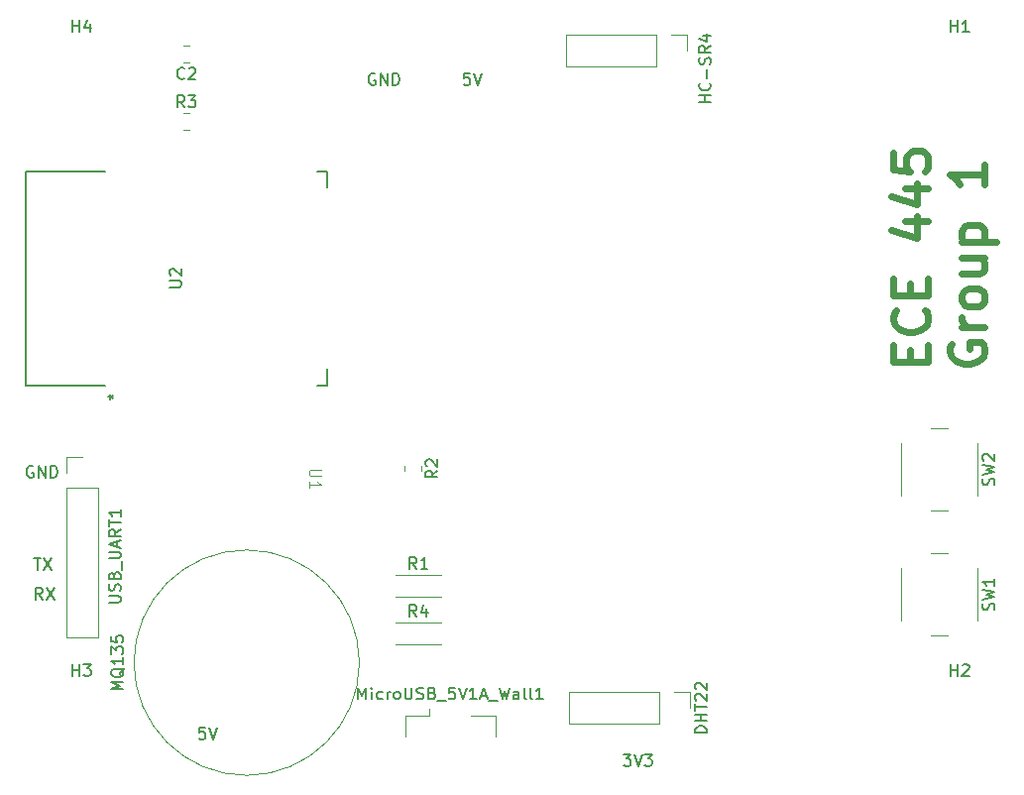
<source format=gbr>
%TF.GenerationSoftware,KiCad,Pcbnew,7.0.10*%
%TF.CreationDate,2024-03-26T13:41:38-05:00*%
%TF.ProjectId,ESP32,45535033-322e-46b6-9963-61645f706362,rev?*%
%TF.SameCoordinates,Original*%
%TF.FileFunction,Legend,Top*%
%TF.FilePolarity,Positive*%
%FSLAX46Y46*%
G04 Gerber Fmt 4.6, Leading zero omitted, Abs format (unit mm)*
G04 Created by KiCad (PCBNEW 7.0.10) date 2024-03-26 13:41:38*
%MOMM*%
%LPD*%
G01*
G04 APERTURE LIST*
%ADD10C,0.150000*%
%ADD11C,0.600000*%
%ADD12C,0.100000*%
%ADD13C,0.120000*%
%ADD14C,0.152400*%
G04 APERTURE END LIST*
D10*
X80457922Y-114185819D02*
X81029350Y-114185819D01*
X80743636Y-115185819D02*
X80743636Y-114185819D01*
X81267446Y-114185819D02*
X81934112Y-115185819D01*
X81934112Y-114185819D02*
X81267446Y-115185819D01*
X81172207Y-117725819D02*
X80838874Y-117249628D01*
X80600779Y-117725819D02*
X80600779Y-116725819D01*
X80600779Y-116725819D02*
X80981731Y-116725819D01*
X80981731Y-116725819D02*
X81076969Y-116773438D01*
X81076969Y-116773438D02*
X81124588Y-116821057D01*
X81124588Y-116821057D02*
X81172207Y-116916295D01*
X81172207Y-116916295D02*
X81172207Y-117059152D01*
X81172207Y-117059152D02*
X81124588Y-117154390D01*
X81124588Y-117154390D02*
X81076969Y-117202009D01*
X81076969Y-117202009D02*
X80981731Y-117249628D01*
X80981731Y-117249628D02*
X80600779Y-117249628D01*
X81505541Y-116725819D02*
X82172207Y-117725819D01*
X82172207Y-116725819D02*
X81505541Y-117725819D01*
X80362588Y-106359438D02*
X80267350Y-106311819D01*
X80267350Y-106311819D02*
X80124493Y-106311819D01*
X80124493Y-106311819D02*
X79981636Y-106359438D01*
X79981636Y-106359438D02*
X79886398Y-106454676D01*
X79886398Y-106454676D02*
X79838779Y-106549914D01*
X79838779Y-106549914D02*
X79791160Y-106740390D01*
X79791160Y-106740390D02*
X79791160Y-106883247D01*
X79791160Y-106883247D02*
X79838779Y-107073723D01*
X79838779Y-107073723D02*
X79886398Y-107168961D01*
X79886398Y-107168961D02*
X79981636Y-107264200D01*
X79981636Y-107264200D02*
X80124493Y-107311819D01*
X80124493Y-107311819D02*
X80219731Y-107311819D01*
X80219731Y-107311819D02*
X80362588Y-107264200D01*
X80362588Y-107264200D02*
X80410207Y-107216580D01*
X80410207Y-107216580D02*
X80410207Y-106883247D01*
X80410207Y-106883247D02*
X80219731Y-106883247D01*
X80838779Y-107311819D02*
X80838779Y-106311819D01*
X80838779Y-106311819D02*
X81410207Y-107311819D01*
X81410207Y-107311819D02*
X81410207Y-106311819D01*
X81886398Y-107311819D02*
X81886398Y-106311819D01*
X81886398Y-106311819D02*
X82124493Y-106311819D01*
X82124493Y-106311819D02*
X82267350Y-106359438D01*
X82267350Y-106359438D02*
X82362588Y-106454676D01*
X82362588Y-106454676D02*
X82410207Y-106549914D01*
X82410207Y-106549914D02*
X82457826Y-106740390D01*
X82457826Y-106740390D02*
X82457826Y-106883247D01*
X82457826Y-106883247D02*
X82410207Y-107073723D01*
X82410207Y-107073723D02*
X82362588Y-107168961D01*
X82362588Y-107168961D02*
X82267350Y-107264200D01*
X82267350Y-107264200D02*
X82124493Y-107311819D01*
X82124493Y-107311819D02*
X81886398Y-107311819D01*
X95046969Y-128663819D02*
X94570779Y-128663819D01*
X94570779Y-128663819D02*
X94523160Y-129140009D01*
X94523160Y-129140009D02*
X94570779Y-129092390D01*
X94570779Y-129092390D02*
X94666017Y-129044771D01*
X94666017Y-129044771D02*
X94904112Y-129044771D01*
X94904112Y-129044771D02*
X94999350Y-129092390D01*
X94999350Y-129092390D02*
X95046969Y-129140009D01*
X95046969Y-129140009D02*
X95094588Y-129235247D01*
X95094588Y-129235247D02*
X95094588Y-129473342D01*
X95094588Y-129473342D02*
X95046969Y-129568580D01*
X95046969Y-129568580D02*
X94999350Y-129616200D01*
X94999350Y-129616200D02*
X94904112Y-129663819D01*
X94904112Y-129663819D02*
X94666017Y-129663819D01*
X94666017Y-129663819D02*
X94570779Y-129616200D01*
X94570779Y-129616200D02*
X94523160Y-129568580D01*
X95380303Y-128663819D02*
X95713636Y-129663819D01*
X95713636Y-129663819D02*
X96046969Y-128663819D01*
D11*
X155252228Y-97442978D02*
X155252228Y-96442978D01*
X156823657Y-96014406D02*
X156823657Y-97442978D01*
X156823657Y-97442978D02*
X153823657Y-97442978D01*
X153823657Y-97442978D02*
X153823657Y-96014406D01*
X156537942Y-93014406D02*
X156680800Y-93157263D01*
X156680800Y-93157263D02*
X156823657Y-93585835D01*
X156823657Y-93585835D02*
X156823657Y-93871549D01*
X156823657Y-93871549D02*
X156680800Y-94300120D01*
X156680800Y-94300120D02*
X156395085Y-94585835D01*
X156395085Y-94585835D02*
X156109371Y-94728692D01*
X156109371Y-94728692D02*
X155537942Y-94871549D01*
X155537942Y-94871549D02*
X155109371Y-94871549D01*
X155109371Y-94871549D02*
X154537942Y-94728692D01*
X154537942Y-94728692D02*
X154252228Y-94585835D01*
X154252228Y-94585835D02*
X153966514Y-94300120D01*
X153966514Y-94300120D02*
X153823657Y-93871549D01*
X153823657Y-93871549D02*
X153823657Y-93585835D01*
X153823657Y-93585835D02*
X153966514Y-93157263D01*
X153966514Y-93157263D02*
X154109371Y-93014406D01*
X155252228Y-91728692D02*
X155252228Y-90728692D01*
X156823657Y-90300120D02*
X156823657Y-91728692D01*
X156823657Y-91728692D02*
X153823657Y-91728692D01*
X153823657Y-91728692D02*
X153823657Y-90300120D01*
X154823657Y-85442978D02*
X156823657Y-85442978D01*
X153680800Y-86157263D02*
X155823657Y-86871549D01*
X155823657Y-86871549D02*
X155823657Y-85014406D01*
X154823657Y-82585835D02*
X156823657Y-82585835D01*
X153680800Y-83300120D02*
X155823657Y-84014406D01*
X155823657Y-84014406D02*
X155823657Y-82157263D01*
X153823657Y-79585834D02*
X153823657Y-81014406D01*
X153823657Y-81014406D02*
X155252228Y-81157263D01*
X155252228Y-81157263D02*
X155109371Y-81014406D01*
X155109371Y-81014406D02*
X154966514Y-80728692D01*
X154966514Y-80728692D02*
X154966514Y-80014406D01*
X154966514Y-80014406D02*
X155109371Y-79728692D01*
X155109371Y-79728692D02*
X155252228Y-79585834D01*
X155252228Y-79585834D02*
X155537942Y-79442977D01*
X155537942Y-79442977D02*
X156252228Y-79442977D01*
X156252228Y-79442977D02*
X156537942Y-79585834D01*
X156537942Y-79585834D02*
X156680800Y-79728692D01*
X156680800Y-79728692D02*
X156823657Y-80014406D01*
X156823657Y-80014406D02*
X156823657Y-80728692D01*
X156823657Y-80728692D02*
X156680800Y-81014406D01*
X156680800Y-81014406D02*
X156537942Y-81157263D01*
X158796514Y-95871549D02*
X158653657Y-96157264D01*
X158653657Y-96157264D02*
X158653657Y-96585835D01*
X158653657Y-96585835D02*
X158796514Y-97014406D01*
X158796514Y-97014406D02*
X159082228Y-97300121D01*
X159082228Y-97300121D02*
X159367942Y-97442978D01*
X159367942Y-97442978D02*
X159939371Y-97585835D01*
X159939371Y-97585835D02*
X160367942Y-97585835D01*
X160367942Y-97585835D02*
X160939371Y-97442978D01*
X160939371Y-97442978D02*
X161225085Y-97300121D01*
X161225085Y-97300121D02*
X161510800Y-97014406D01*
X161510800Y-97014406D02*
X161653657Y-96585835D01*
X161653657Y-96585835D02*
X161653657Y-96300121D01*
X161653657Y-96300121D02*
X161510800Y-95871549D01*
X161510800Y-95871549D02*
X161367942Y-95728692D01*
X161367942Y-95728692D02*
X160367942Y-95728692D01*
X160367942Y-95728692D02*
X160367942Y-96300121D01*
X161653657Y-94442978D02*
X159653657Y-94442978D01*
X160225085Y-94442978D02*
X159939371Y-94300121D01*
X159939371Y-94300121D02*
X159796514Y-94157264D01*
X159796514Y-94157264D02*
X159653657Y-93871549D01*
X159653657Y-93871549D02*
X159653657Y-93585835D01*
X161653657Y-92157263D02*
X161510800Y-92442978D01*
X161510800Y-92442978D02*
X161367942Y-92585835D01*
X161367942Y-92585835D02*
X161082228Y-92728692D01*
X161082228Y-92728692D02*
X160225085Y-92728692D01*
X160225085Y-92728692D02*
X159939371Y-92585835D01*
X159939371Y-92585835D02*
X159796514Y-92442978D01*
X159796514Y-92442978D02*
X159653657Y-92157263D01*
X159653657Y-92157263D02*
X159653657Y-91728692D01*
X159653657Y-91728692D02*
X159796514Y-91442978D01*
X159796514Y-91442978D02*
X159939371Y-91300121D01*
X159939371Y-91300121D02*
X160225085Y-91157263D01*
X160225085Y-91157263D02*
X161082228Y-91157263D01*
X161082228Y-91157263D02*
X161367942Y-91300121D01*
X161367942Y-91300121D02*
X161510800Y-91442978D01*
X161510800Y-91442978D02*
X161653657Y-91728692D01*
X161653657Y-91728692D02*
X161653657Y-92157263D01*
X159653657Y-88585835D02*
X161653657Y-88585835D01*
X159653657Y-89871549D02*
X161225085Y-89871549D01*
X161225085Y-89871549D02*
X161510800Y-89728692D01*
X161510800Y-89728692D02*
X161653657Y-89442977D01*
X161653657Y-89442977D02*
X161653657Y-89014406D01*
X161653657Y-89014406D02*
X161510800Y-88728692D01*
X161510800Y-88728692D02*
X161367942Y-88585835D01*
X159653657Y-87157263D02*
X162653657Y-87157263D01*
X159796514Y-87157263D02*
X159653657Y-86871549D01*
X159653657Y-86871549D02*
X159653657Y-86300120D01*
X159653657Y-86300120D02*
X159796514Y-86014406D01*
X159796514Y-86014406D02*
X159939371Y-85871549D01*
X159939371Y-85871549D02*
X160225085Y-85728691D01*
X160225085Y-85728691D02*
X161082228Y-85728691D01*
X161082228Y-85728691D02*
X161367942Y-85871549D01*
X161367942Y-85871549D02*
X161510800Y-86014406D01*
X161510800Y-86014406D02*
X161653657Y-86300120D01*
X161653657Y-86300120D02*
X161653657Y-86871549D01*
X161653657Y-86871549D02*
X161510800Y-87157263D01*
X161653657Y-80585834D02*
X161653657Y-82300120D01*
X161653657Y-81442977D02*
X158653657Y-81442977D01*
X158653657Y-81442977D02*
X159082228Y-81728691D01*
X159082228Y-81728691D02*
X159367942Y-82014406D01*
X159367942Y-82014406D02*
X159510800Y-82300120D01*
D10*
X117652969Y-72783819D02*
X117176779Y-72783819D01*
X117176779Y-72783819D02*
X117129160Y-73260009D01*
X117129160Y-73260009D02*
X117176779Y-73212390D01*
X117176779Y-73212390D02*
X117272017Y-73164771D01*
X117272017Y-73164771D02*
X117510112Y-73164771D01*
X117510112Y-73164771D02*
X117605350Y-73212390D01*
X117605350Y-73212390D02*
X117652969Y-73260009D01*
X117652969Y-73260009D02*
X117700588Y-73355247D01*
X117700588Y-73355247D02*
X117700588Y-73593342D01*
X117700588Y-73593342D02*
X117652969Y-73688580D01*
X117652969Y-73688580D02*
X117605350Y-73736200D01*
X117605350Y-73736200D02*
X117510112Y-73783819D01*
X117510112Y-73783819D02*
X117272017Y-73783819D01*
X117272017Y-73783819D02*
X117176779Y-73736200D01*
X117176779Y-73736200D02*
X117129160Y-73688580D01*
X117986303Y-72783819D02*
X118319636Y-73783819D01*
X118319636Y-73783819D02*
X118652969Y-72783819D01*
X130797541Y-130949819D02*
X131416588Y-130949819D01*
X131416588Y-130949819D02*
X131083255Y-131330771D01*
X131083255Y-131330771D02*
X131226112Y-131330771D01*
X131226112Y-131330771D02*
X131321350Y-131378390D01*
X131321350Y-131378390D02*
X131368969Y-131426009D01*
X131368969Y-131426009D02*
X131416588Y-131521247D01*
X131416588Y-131521247D02*
X131416588Y-131759342D01*
X131416588Y-131759342D02*
X131368969Y-131854580D01*
X131368969Y-131854580D02*
X131321350Y-131902200D01*
X131321350Y-131902200D02*
X131226112Y-131949819D01*
X131226112Y-131949819D02*
X130940398Y-131949819D01*
X130940398Y-131949819D02*
X130845160Y-131902200D01*
X130845160Y-131902200D02*
X130797541Y-131854580D01*
X131702303Y-130949819D02*
X132035636Y-131949819D01*
X132035636Y-131949819D02*
X132368969Y-130949819D01*
X132607065Y-130949819D02*
X133226112Y-130949819D01*
X133226112Y-130949819D02*
X132892779Y-131330771D01*
X132892779Y-131330771D02*
X133035636Y-131330771D01*
X133035636Y-131330771D02*
X133130874Y-131378390D01*
X133130874Y-131378390D02*
X133178493Y-131426009D01*
X133178493Y-131426009D02*
X133226112Y-131521247D01*
X133226112Y-131521247D02*
X133226112Y-131759342D01*
X133226112Y-131759342D02*
X133178493Y-131854580D01*
X133178493Y-131854580D02*
X133130874Y-131902200D01*
X133130874Y-131902200D02*
X133035636Y-131949819D01*
X133035636Y-131949819D02*
X132749922Y-131949819D01*
X132749922Y-131949819D02*
X132654684Y-131902200D01*
X132654684Y-131902200D02*
X132607065Y-131854580D01*
X109572588Y-72831438D02*
X109477350Y-72783819D01*
X109477350Y-72783819D02*
X109334493Y-72783819D01*
X109334493Y-72783819D02*
X109191636Y-72831438D01*
X109191636Y-72831438D02*
X109096398Y-72926676D01*
X109096398Y-72926676D02*
X109048779Y-73021914D01*
X109048779Y-73021914D02*
X109001160Y-73212390D01*
X109001160Y-73212390D02*
X109001160Y-73355247D01*
X109001160Y-73355247D02*
X109048779Y-73545723D01*
X109048779Y-73545723D02*
X109096398Y-73640961D01*
X109096398Y-73640961D02*
X109191636Y-73736200D01*
X109191636Y-73736200D02*
X109334493Y-73783819D01*
X109334493Y-73783819D02*
X109429731Y-73783819D01*
X109429731Y-73783819D02*
X109572588Y-73736200D01*
X109572588Y-73736200D02*
X109620207Y-73688580D01*
X109620207Y-73688580D02*
X109620207Y-73355247D01*
X109620207Y-73355247D02*
X109429731Y-73355247D01*
X110048779Y-73783819D02*
X110048779Y-72783819D01*
X110048779Y-72783819D02*
X110620207Y-73783819D01*
X110620207Y-73783819D02*
X110620207Y-72783819D01*
X111096398Y-73783819D02*
X111096398Y-72783819D01*
X111096398Y-72783819D02*
X111334493Y-72783819D01*
X111334493Y-72783819D02*
X111477350Y-72831438D01*
X111477350Y-72831438D02*
X111572588Y-72926676D01*
X111572588Y-72926676D02*
X111620207Y-73021914D01*
X111620207Y-73021914D02*
X111667826Y-73212390D01*
X111667826Y-73212390D02*
X111667826Y-73355247D01*
X111667826Y-73355247D02*
X111620207Y-73545723D01*
X111620207Y-73545723D02*
X111572588Y-73640961D01*
X111572588Y-73640961D02*
X111477350Y-73736200D01*
X111477350Y-73736200D02*
X111334493Y-73783819D01*
X111334493Y-73783819D02*
X111096398Y-73783819D01*
X83738095Y-124254819D02*
X83738095Y-123254819D01*
X83738095Y-123731009D02*
X84309523Y-123731009D01*
X84309523Y-124254819D02*
X84309523Y-123254819D01*
X84690476Y-123254819D02*
X85309523Y-123254819D01*
X85309523Y-123254819D02*
X84976190Y-123635771D01*
X84976190Y-123635771D02*
X85119047Y-123635771D01*
X85119047Y-123635771D02*
X85214285Y-123683390D01*
X85214285Y-123683390D02*
X85261904Y-123731009D01*
X85261904Y-123731009D02*
X85309523Y-123826247D01*
X85309523Y-123826247D02*
X85309523Y-124064342D01*
X85309523Y-124064342D02*
X85261904Y-124159580D01*
X85261904Y-124159580D02*
X85214285Y-124207200D01*
X85214285Y-124207200D02*
X85119047Y-124254819D01*
X85119047Y-124254819D02*
X84833333Y-124254819D01*
X84833333Y-124254819D02*
X84738095Y-124207200D01*
X84738095Y-124207200D02*
X84690476Y-124159580D01*
X108142856Y-126254819D02*
X108142856Y-125254819D01*
X108142856Y-125254819D02*
X108476189Y-125969104D01*
X108476189Y-125969104D02*
X108809522Y-125254819D01*
X108809522Y-125254819D02*
X108809522Y-126254819D01*
X109285713Y-126254819D02*
X109285713Y-125588152D01*
X109285713Y-125254819D02*
X109238094Y-125302438D01*
X109238094Y-125302438D02*
X109285713Y-125350057D01*
X109285713Y-125350057D02*
X109333332Y-125302438D01*
X109333332Y-125302438D02*
X109285713Y-125254819D01*
X109285713Y-125254819D02*
X109285713Y-125350057D01*
X110190474Y-126207200D02*
X110095236Y-126254819D01*
X110095236Y-126254819D02*
X109904760Y-126254819D01*
X109904760Y-126254819D02*
X109809522Y-126207200D01*
X109809522Y-126207200D02*
X109761903Y-126159580D01*
X109761903Y-126159580D02*
X109714284Y-126064342D01*
X109714284Y-126064342D02*
X109714284Y-125778628D01*
X109714284Y-125778628D02*
X109761903Y-125683390D01*
X109761903Y-125683390D02*
X109809522Y-125635771D01*
X109809522Y-125635771D02*
X109904760Y-125588152D01*
X109904760Y-125588152D02*
X110095236Y-125588152D01*
X110095236Y-125588152D02*
X110190474Y-125635771D01*
X110619046Y-126254819D02*
X110619046Y-125588152D01*
X110619046Y-125778628D02*
X110666665Y-125683390D01*
X110666665Y-125683390D02*
X110714284Y-125635771D01*
X110714284Y-125635771D02*
X110809522Y-125588152D01*
X110809522Y-125588152D02*
X110904760Y-125588152D01*
X111380951Y-126254819D02*
X111285713Y-126207200D01*
X111285713Y-126207200D02*
X111238094Y-126159580D01*
X111238094Y-126159580D02*
X111190475Y-126064342D01*
X111190475Y-126064342D02*
X111190475Y-125778628D01*
X111190475Y-125778628D02*
X111238094Y-125683390D01*
X111238094Y-125683390D02*
X111285713Y-125635771D01*
X111285713Y-125635771D02*
X111380951Y-125588152D01*
X111380951Y-125588152D02*
X111523808Y-125588152D01*
X111523808Y-125588152D02*
X111619046Y-125635771D01*
X111619046Y-125635771D02*
X111666665Y-125683390D01*
X111666665Y-125683390D02*
X111714284Y-125778628D01*
X111714284Y-125778628D02*
X111714284Y-126064342D01*
X111714284Y-126064342D02*
X111666665Y-126159580D01*
X111666665Y-126159580D02*
X111619046Y-126207200D01*
X111619046Y-126207200D02*
X111523808Y-126254819D01*
X111523808Y-126254819D02*
X111380951Y-126254819D01*
X112142856Y-125254819D02*
X112142856Y-126064342D01*
X112142856Y-126064342D02*
X112190475Y-126159580D01*
X112190475Y-126159580D02*
X112238094Y-126207200D01*
X112238094Y-126207200D02*
X112333332Y-126254819D01*
X112333332Y-126254819D02*
X112523808Y-126254819D01*
X112523808Y-126254819D02*
X112619046Y-126207200D01*
X112619046Y-126207200D02*
X112666665Y-126159580D01*
X112666665Y-126159580D02*
X112714284Y-126064342D01*
X112714284Y-126064342D02*
X112714284Y-125254819D01*
X113142856Y-126207200D02*
X113285713Y-126254819D01*
X113285713Y-126254819D02*
X113523808Y-126254819D01*
X113523808Y-126254819D02*
X113619046Y-126207200D01*
X113619046Y-126207200D02*
X113666665Y-126159580D01*
X113666665Y-126159580D02*
X113714284Y-126064342D01*
X113714284Y-126064342D02*
X113714284Y-125969104D01*
X113714284Y-125969104D02*
X113666665Y-125873866D01*
X113666665Y-125873866D02*
X113619046Y-125826247D01*
X113619046Y-125826247D02*
X113523808Y-125778628D01*
X113523808Y-125778628D02*
X113333332Y-125731009D01*
X113333332Y-125731009D02*
X113238094Y-125683390D01*
X113238094Y-125683390D02*
X113190475Y-125635771D01*
X113190475Y-125635771D02*
X113142856Y-125540533D01*
X113142856Y-125540533D02*
X113142856Y-125445295D01*
X113142856Y-125445295D02*
X113190475Y-125350057D01*
X113190475Y-125350057D02*
X113238094Y-125302438D01*
X113238094Y-125302438D02*
X113333332Y-125254819D01*
X113333332Y-125254819D02*
X113571427Y-125254819D01*
X113571427Y-125254819D02*
X113714284Y-125302438D01*
X114476189Y-125731009D02*
X114619046Y-125778628D01*
X114619046Y-125778628D02*
X114666665Y-125826247D01*
X114666665Y-125826247D02*
X114714284Y-125921485D01*
X114714284Y-125921485D02*
X114714284Y-126064342D01*
X114714284Y-126064342D02*
X114666665Y-126159580D01*
X114666665Y-126159580D02*
X114619046Y-126207200D01*
X114619046Y-126207200D02*
X114523808Y-126254819D01*
X114523808Y-126254819D02*
X114142856Y-126254819D01*
X114142856Y-126254819D02*
X114142856Y-125254819D01*
X114142856Y-125254819D02*
X114476189Y-125254819D01*
X114476189Y-125254819D02*
X114571427Y-125302438D01*
X114571427Y-125302438D02*
X114619046Y-125350057D01*
X114619046Y-125350057D02*
X114666665Y-125445295D01*
X114666665Y-125445295D02*
X114666665Y-125540533D01*
X114666665Y-125540533D02*
X114619046Y-125635771D01*
X114619046Y-125635771D02*
X114571427Y-125683390D01*
X114571427Y-125683390D02*
X114476189Y-125731009D01*
X114476189Y-125731009D02*
X114142856Y-125731009D01*
X114904761Y-126350057D02*
X115666665Y-126350057D01*
X116380951Y-125254819D02*
X115904761Y-125254819D01*
X115904761Y-125254819D02*
X115857142Y-125731009D01*
X115857142Y-125731009D02*
X115904761Y-125683390D01*
X115904761Y-125683390D02*
X115999999Y-125635771D01*
X115999999Y-125635771D02*
X116238094Y-125635771D01*
X116238094Y-125635771D02*
X116333332Y-125683390D01*
X116333332Y-125683390D02*
X116380951Y-125731009D01*
X116380951Y-125731009D02*
X116428570Y-125826247D01*
X116428570Y-125826247D02*
X116428570Y-126064342D01*
X116428570Y-126064342D02*
X116380951Y-126159580D01*
X116380951Y-126159580D02*
X116333332Y-126207200D01*
X116333332Y-126207200D02*
X116238094Y-126254819D01*
X116238094Y-126254819D02*
X115999999Y-126254819D01*
X115999999Y-126254819D02*
X115904761Y-126207200D01*
X115904761Y-126207200D02*
X115857142Y-126159580D01*
X116714285Y-125254819D02*
X117047618Y-126254819D01*
X117047618Y-126254819D02*
X117380951Y-125254819D01*
X118238094Y-126254819D02*
X117666666Y-126254819D01*
X117952380Y-126254819D02*
X117952380Y-125254819D01*
X117952380Y-125254819D02*
X117857142Y-125397676D01*
X117857142Y-125397676D02*
X117761904Y-125492914D01*
X117761904Y-125492914D02*
X117666666Y-125540533D01*
X118619047Y-125969104D02*
X119095237Y-125969104D01*
X118523809Y-126254819D02*
X118857142Y-125254819D01*
X118857142Y-125254819D02*
X119190475Y-126254819D01*
X119285714Y-126350057D02*
X120047618Y-126350057D01*
X120190476Y-125254819D02*
X120428571Y-126254819D01*
X120428571Y-126254819D02*
X120619047Y-125540533D01*
X120619047Y-125540533D02*
X120809523Y-126254819D01*
X120809523Y-126254819D02*
X121047619Y-125254819D01*
X121857142Y-126254819D02*
X121857142Y-125731009D01*
X121857142Y-125731009D02*
X121809523Y-125635771D01*
X121809523Y-125635771D02*
X121714285Y-125588152D01*
X121714285Y-125588152D02*
X121523809Y-125588152D01*
X121523809Y-125588152D02*
X121428571Y-125635771D01*
X121857142Y-126207200D02*
X121761904Y-126254819D01*
X121761904Y-126254819D02*
X121523809Y-126254819D01*
X121523809Y-126254819D02*
X121428571Y-126207200D01*
X121428571Y-126207200D02*
X121380952Y-126111961D01*
X121380952Y-126111961D02*
X121380952Y-126016723D01*
X121380952Y-126016723D02*
X121428571Y-125921485D01*
X121428571Y-125921485D02*
X121523809Y-125873866D01*
X121523809Y-125873866D02*
X121761904Y-125873866D01*
X121761904Y-125873866D02*
X121857142Y-125826247D01*
X122476190Y-126254819D02*
X122380952Y-126207200D01*
X122380952Y-126207200D02*
X122333333Y-126111961D01*
X122333333Y-126111961D02*
X122333333Y-125254819D01*
X123000000Y-126254819D02*
X122904762Y-126207200D01*
X122904762Y-126207200D02*
X122857143Y-126111961D01*
X122857143Y-126111961D02*
X122857143Y-125254819D01*
X123904762Y-126254819D02*
X123333334Y-126254819D01*
X123619048Y-126254819D02*
X123619048Y-125254819D01*
X123619048Y-125254819D02*
X123523810Y-125397676D01*
X123523810Y-125397676D02*
X123428572Y-125492914D01*
X123428572Y-125492914D02*
X123333334Y-125540533D01*
X114904319Y-106719666D02*
X114428128Y-107052999D01*
X114904319Y-107291094D02*
X113904319Y-107291094D01*
X113904319Y-107291094D02*
X113904319Y-106910142D01*
X113904319Y-106910142D02*
X113951938Y-106814904D01*
X113951938Y-106814904D02*
X113999557Y-106767285D01*
X113999557Y-106767285D02*
X114094795Y-106719666D01*
X114094795Y-106719666D02*
X114237652Y-106719666D01*
X114237652Y-106719666D02*
X114332890Y-106767285D01*
X114332890Y-106767285D02*
X114380509Y-106814904D01*
X114380509Y-106814904D02*
X114428128Y-106910142D01*
X114428128Y-106910142D02*
X114428128Y-107291094D01*
X113999557Y-106338713D02*
X113951938Y-106291094D01*
X113951938Y-106291094D02*
X113904319Y-106195856D01*
X113904319Y-106195856D02*
X113904319Y-105957761D01*
X113904319Y-105957761D02*
X113951938Y-105862523D01*
X113951938Y-105862523D02*
X113999557Y-105814904D01*
X113999557Y-105814904D02*
X114094795Y-105767285D01*
X114094795Y-105767285D02*
X114190033Y-105767285D01*
X114190033Y-105767285D02*
X114332890Y-105814904D01*
X114332890Y-105814904D02*
X114904319Y-106386332D01*
X114904319Y-106386332D02*
X114904319Y-105767285D01*
X92034819Y-91058904D02*
X92844342Y-91058904D01*
X92844342Y-91058904D02*
X92939580Y-91011285D01*
X92939580Y-91011285D02*
X92987200Y-90963666D01*
X92987200Y-90963666D02*
X93034819Y-90868428D01*
X93034819Y-90868428D02*
X93034819Y-90677952D01*
X93034819Y-90677952D02*
X92987200Y-90582714D01*
X92987200Y-90582714D02*
X92939580Y-90535095D01*
X92939580Y-90535095D02*
X92844342Y-90487476D01*
X92844342Y-90487476D02*
X92034819Y-90487476D01*
X92130057Y-90058904D02*
X92082438Y-90011285D01*
X92082438Y-90011285D02*
X92034819Y-89916047D01*
X92034819Y-89916047D02*
X92034819Y-89677952D01*
X92034819Y-89677952D02*
X92082438Y-89582714D01*
X92082438Y-89582714D02*
X92130057Y-89535095D01*
X92130057Y-89535095D02*
X92225295Y-89487476D01*
X92225295Y-89487476D02*
X92320533Y-89487476D01*
X92320533Y-89487476D02*
X92463390Y-89535095D01*
X92463390Y-89535095D02*
X93034819Y-90106523D01*
X93034819Y-90106523D02*
X93034819Y-89487476D01*
X86774819Y-100431299D02*
X87012914Y-100431299D01*
X86917676Y-100669394D02*
X87012914Y-100431299D01*
X87012914Y-100431299D02*
X86917676Y-100193204D01*
X87203390Y-100574156D02*
X87012914Y-100431299D01*
X87012914Y-100431299D02*
X87203390Y-100288442D01*
X86774819Y-100431299D02*
X87012914Y-100431299D01*
X86917676Y-100669394D02*
X87012914Y-100431299D01*
X87012914Y-100431299D02*
X86917676Y-100193204D01*
X87203390Y-100574156D02*
X87012914Y-100431299D01*
X87012914Y-100431299D02*
X87203390Y-100288442D01*
X86830819Y-117998380D02*
X87640342Y-117998380D01*
X87640342Y-117998380D02*
X87735580Y-117950761D01*
X87735580Y-117950761D02*
X87783200Y-117903142D01*
X87783200Y-117903142D02*
X87830819Y-117807904D01*
X87830819Y-117807904D02*
X87830819Y-117617428D01*
X87830819Y-117617428D02*
X87783200Y-117522190D01*
X87783200Y-117522190D02*
X87735580Y-117474571D01*
X87735580Y-117474571D02*
X87640342Y-117426952D01*
X87640342Y-117426952D02*
X86830819Y-117426952D01*
X87783200Y-116998380D02*
X87830819Y-116855523D01*
X87830819Y-116855523D02*
X87830819Y-116617428D01*
X87830819Y-116617428D02*
X87783200Y-116522190D01*
X87783200Y-116522190D02*
X87735580Y-116474571D01*
X87735580Y-116474571D02*
X87640342Y-116426952D01*
X87640342Y-116426952D02*
X87545104Y-116426952D01*
X87545104Y-116426952D02*
X87449866Y-116474571D01*
X87449866Y-116474571D02*
X87402247Y-116522190D01*
X87402247Y-116522190D02*
X87354628Y-116617428D01*
X87354628Y-116617428D02*
X87307009Y-116807904D01*
X87307009Y-116807904D02*
X87259390Y-116903142D01*
X87259390Y-116903142D02*
X87211771Y-116950761D01*
X87211771Y-116950761D02*
X87116533Y-116998380D01*
X87116533Y-116998380D02*
X87021295Y-116998380D01*
X87021295Y-116998380D02*
X86926057Y-116950761D01*
X86926057Y-116950761D02*
X86878438Y-116903142D01*
X86878438Y-116903142D02*
X86830819Y-116807904D01*
X86830819Y-116807904D02*
X86830819Y-116569809D01*
X86830819Y-116569809D02*
X86878438Y-116426952D01*
X87307009Y-115665047D02*
X87354628Y-115522190D01*
X87354628Y-115522190D02*
X87402247Y-115474571D01*
X87402247Y-115474571D02*
X87497485Y-115426952D01*
X87497485Y-115426952D02*
X87640342Y-115426952D01*
X87640342Y-115426952D02*
X87735580Y-115474571D01*
X87735580Y-115474571D02*
X87783200Y-115522190D01*
X87783200Y-115522190D02*
X87830819Y-115617428D01*
X87830819Y-115617428D02*
X87830819Y-115998380D01*
X87830819Y-115998380D02*
X86830819Y-115998380D01*
X86830819Y-115998380D02*
X86830819Y-115665047D01*
X86830819Y-115665047D02*
X86878438Y-115569809D01*
X86878438Y-115569809D02*
X86926057Y-115522190D01*
X86926057Y-115522190D02*
X87021295Y-115474571D01*
X87021295Y-115474571D02*
X87116533Y-115474571D01*
X87116533Y-115474571D02*
X87211771Y-115522190D01*
X87211771Y-115522190D02*
X87259390Y-115569809D01*
X87259390Y-115569809D02*
X87307009Y-115665047D01*
X87307009Y-115665047D02*
X87307009Y-115998380D01*
X87926057Y-115236476D02*
X87926057Y-114474571D01*
X86830819Y-114236475D02*
X87640342Y-114236475D01*
X87640342Y-114236475D02*
X87735580Y-114188856D01*
X87735580Y-114188856D02*
X87783200Y-114141237D01*
X87783200Y-114141237D02*
X87830819Y-114045999D01*
X87830819Y-114045999D02*
X87830819Y-113855523D01*
X87830819Y-113855523D02*
X87783200Y-113760285D01*
X87783200Y-113760285D02*
X87735580Y-113712666D01*
X87735580Y-113712666D02*
X87640342Y-113665047D01*
X87640342Y-113665047D02*
X86830819Y-113665047D01*
X87545104Y-113236475D02*
X87545104Y-112760285D01*
X87830819Y-113331713D02*
X86830819Y-112998380D01*
X86830819Y-112998380D02*
X87830819Y-112665047D01*
X87830819Y-111760285D02*
X87354628Y-112093618D01*
X87830819Y-112331713D02*
X86830819Y-112331713D01*
X86830819Y-112331713D02*
X86830819Y-111950761D01*
X86830819Y-111950761D02*
X86878438Y-111855523D01*
X86878438Y-111855523D02*
X86926057Y-111807904D01*
X86926057Y-111807904D02*
X87021295Y-111760285D01*
X87021295Y-111760285D02*
X87164152Y-111760285D01*
X87164152Y-111760285D02*
X87259390Y-111807904D01*
X87259390Y-111807904D02*
X87307009Y-111855523D01*
X87307009Y-111855523D02*
X87354628Y-111950761D01*
X87354628Y-111950761D02*
X87354628Y-112331713D01*
X86830819Y-111474570D02*
X86830819Y-110903142D01*
X87830819Y-111188856D02*
X86830819Y-111188856D01*
X87830819Y-110045999D02*
X87830819Y-110617427D01*
X87830819Y-110331713D02*
X86830819Y-110331713D01*
X86830819Y-110331713D02*
X86973676Y-110426951D01*
X86973676Y-110426951D02*
X87068914Y-110522189D01*
X87068914Y-110522189D02*
X87116533Y-110617427D01*
X162427200Y-118629332D02*
X162474819Y-118486475D01*
X162474819Y-118486475D02*
X162474819Y-118248380D01*
X162474819Y-118248380D02*
X162427200Y-118153142D01*
X162427200Y-118153142D02*
X162379580Y-118105523D01*
X162379580Y-118105523D02*
X162284342Y-118057904D01*
X162284342Y-118057904D02*
X162189104Y-118057904D01*
X162189104Y-118057904D02*
X162093866Y-118105523D01*
X162093866Y-118105523D02*
X162046247Y-118153142D01*
X162046247Y-118153142D02*
X161998628Y-118248380D01*
X161998628Y-118248380D02*
X161951009Y-118438856D01*
X161951009Y-118438856D02*
X161903390Y-118534094D01*
X161903390Y-118534094D02*
X161855771Y-118581713D01*
X161855771Y-118581713D02*
X161760533Y-118629332D01*
X161760533Y-118629332D02*
X161665295Y-118629332D01*
X161665295Y-118629332D02*
X161570057Y-118581713D01*
X161570057Y-118581713D02*
X161522438Y-118534094D01*
X161522438Y-118534094D02*
X161474819Y-118438856D01*
X161474819Y-118438856D02*
X161474819Y-118200761D01*
X161474819Y-118200761D02*
X161522438Y-118057904D01*
X161474819Y-117724570D02*
X162474819Y-117486475D01*
X162474819Y-117486475D02*
X161760533Y-117295999D01*
X161760533Y-117295999D02*
X162474819Y-117105523D01*
X162474819Y-117105523D02*
X161474819Y-116867428D01*
X162474819Y-115962666D02*
X162474819Y-116534094D01*
X162474819Y-116248380D02*
X161474819Y-116248380D01*
X161474819Y-116248380D02*
X161617676Y-116343618D01*
X161617676Y-116343618D02*
X161712914Y-116438856D01*
X161712914Y-116438856D02*
X161760533Y-116534094D01*
X162427200Y-107961332D02*
X162474819Y-107818475D01*
X162474819Y-107818475D02*
X162474819Y-107580380D01*
X162474819Y-107580380D02*
X162427200Y-107485142D01*
X162427200Y-107485142D02*
X162379580Y-107437523D01*
X162379580Y-107437523D02*
X162284342Y-107389904D01*
X162284342Y-107389904D02*
X162189104Y-107389904D01*
X162189104Y-107389904D02*
X162093866Y-107437523D01*
X162093866Y-107437523D02*
X162046247Y-107485142D01*
X162046247Y-107485142D02*
X161998628Y-107580380D01*
X161998628Y-107580380D02*
X161951009Y-107770856D01*
X161951009Y-107770856D02*
X161903390Y-107866094D01*
X161903390Y-107866094D02*
X161855771Y-107913713D01*
X161855771Y-107913713D02*
X161760533Y-107961332D01*
X161760533Y-107961332D02*
X161665295Y-107961332D01*
X161665295Y-107961332D02*
X161570057Y-107913713D01*
X161570057Y-107913713D02*
X161522438Y-107866094D01*
X161522438Y-107866094D02*
X161474819Y-107770856D01*
X161474819Y-107770856D02*
X161474819Y-107532761D01*
X161474819Y-107532761D02*
X161522438Y-107389904D01*
X161474819Y-107056570D02*
X162474819Y-106818475D01*
X162474819Y-106818475D02*
X161760533Y-106627999D01*
X161760533Y-106627999D02*
X162474819Y-106437523D01*
X162474819Y-106437523D02*
X161474819Y-106199428D01*
X161570057Y-105866094D02*
X161522438Y-105818475D01*
X161522438Y-105818475D02*
X161474819Y-105723237D01*
X161474819Y-105723237D02*
X161474819Y-105485142D01*
X161474819Y-105485142D02*
X161522438Y-105389904D01*
X161522438Y-105389904D02*
X161570057Y-105342285D01*
X161570057Y-105342285D02*
X161665295Y-105294666D01*
X161665295Y-105294666D02*
X161760533Y-105294666D01*
X161760533Y-105294666D02*
X161903390Y-105342285D01*
X161903390Y-105342285D02*
X162474819Y-105913713D01*
X162474819Y-105913713D02*
X162474819Y-105294666D01*
X138249819Y-75247142D02*
X137249819Y-75247142D01*
X137726009Y-75247142D02*
X137726009Y-74675714D01*
X138249819Y-74675714D02*
X137249819Y-74675714D01*
X138154580Y-73628095D02*
X138202200Y-73675714D01*
X138202200Y-73675714D02*
X138249819Y-73818571D01*
X138249819Y-73818571D02*
X138249819Y-73913809D01*
X138249819Y-73913809D02*
X138202200Y-74056666D01*
X138202200Y-74056666D02*
X138106961Y-74151904D01*
X138106961Y-74151904D02*
X138011723Y-74199523D01*
X138011723Y-74199523D02*
X137821247Y-74247142D01*
X137821247Y-74247142D02*
X137678390Y-74247142D01*
X137678390Y-74247142D02*
X137487914Y-74199523D01*
X137487914Y-74199523D02*
X137392676Y-74151904D01*
X137392676Y-74151904D02*
X137297438Y-74056666D01*
X137297438Y-74056666D02*
X137249819Y-73913809D01*
X137249819Y-73913809D02*
X137249819Y-73818571D01*
X137249819Y-73818571D02*
X137297438Y-73675714D01*
X137297438Y-73675714D02*
X137345057Y-73628095D01*
X137868866Y-73199523D02*
X137868866Y-72437619D01*
X138202200Y-72009047D02*
X138249819Y-71866190D01*
X138249819Y-71866190D02*
X138249819Y-71628095D01*
X138249819Y-71628095D02*
X138202200Y-71532857D01*
X138202200Y-71532857D02*
X138154580Y-71485238D01*
X138154580Y-71485238D02*
X138059342Y-71437619D01*
X138059342Y-71437619D02*
X137964104Y-71437619D01*
X137964104Y-71437619D02*
X137868866Y-71485238D01*
X137868866Y-71485238D02*
X137821247Y-71532857D01*
X137821247Y-71532857D02*
X137773628Y-71628095D01*
X137773628Y-71628095D02*
X137726009Y-71818571D01*
X137726009Y-71818571D02*
X137678390Y-71913809D01*
X137678390Y-71913809D02*
X137630771Y-71961428D01*
X137630771Y-71961428D02*
X137535533Y-72009047D01*
X137535533Y-72009047D02*
X137440295Y-72009047D01*
X137440295Y-72009047D02*
X137345057Y-71961428D01*
X137345057Y-71961428D02*
X137297438Y-71913809D01*
X137297438Y-71913809D02*
X137249819Y-71818571D01*
X137249819Y-71818571D02*
X137249819Y-71580476D01*
X137249819Y-71580476D02*
X137297438Y-71437619D01*
X138249819Y-70437619D02*
X137773628Y-70770952D01*
X138249819Y-71009047D02*
X137249819Y-71009047D01*
X137249819Y-71009047D02*
X137249819Y-70628095D01*
X137249819Y-70628095D02*
X137297438Y-70532857D01*
X137297438Y-70532857D02*
X137345057Y-70485238D01*
X137345057Y-70485238D02*
X137440295Y-70437619D01*
X137440295Y-70437619D02*
X137583152Y-70437619D01*
X137583152Y-70437619D02*
X137678390Y-70485238D01*
X137678390Y-70485238D02*
X137726009Y-70532857D01*
X137726009Y-70532857D02*
X137773628Y-70628095D01*
X137773628Y-70628095D02*
X137773628Y-71009047D01*
X137583152Y-69580476D02*
X138249819Y-69580476D01*
X137202200Y-69818571D02*
X137916485Y-70056666D01*
X137916485Y-70056666D02*
X137916485Y-69437619D01*
X83738095Y-69254819D02*
X83738095Y-68254819D01*
X83738095Y-68731009D02*
X84309523Y-68731009D01*
X84309523Y-69254819D02*
X84309523Y-68254819D01*
X85214285Y-68588152D02*
X85214285Y-69254819D01*
X84976190Y-68207200D02*
X84738095Y-68921485D01*
X84738095Y-68921485D02*
X85357142Y-68921485D01*
X158738095Y-69254819D02*
X158738095Y-68254819D01*
X158738095Y-68731009D02*
X159309523Y-68731009D01*
X159309523Y-69254819D02*
X159309523Y-68254819D01*
X160309523Y-69254819D02*
X159738095Y-69254819D01*
X160023809Y-69254819D02*
X160023809Y-68254819D01*
X160023809Y-68254819D02*
X159928571Y-68397676D01*
X159928571Y-68397676D02*
X159833333Y-68492914D01*
X159833333Y-68492914D02*
X159738095Y-68540533D01*
X158738095Y-124254819D02*
X158738095Y-123254819D01*
X158738095Y-123731009D02*
X159309523Y-123731009D01*
X159309523Y-124254819D02*
X159309523Y-123254819D01*
X159738095Y-123350057D02*
X159785714Y-123302438D01*
X159785714Y-123302438D02*
X159880952Y-123254819D01*
X159880952Y-123254819D02*
X160119047Y-123254819D01*
X160119047Y-123254819D02*
X160214285Y-123302438D01*
X160214285Y-123302438D02*
X160261904Y-123350057D01*
X160261904Y-123350057D02*
X160309523Y-123445295D01*
X160309523Y-123445295D02*
X160309523Y-123540533D01*
X160309523Y-123540533D02*
X160261904Y-123683390D01*
X160261904Y-123683390D02*
X159690476Y-124254819D01*
X159690476Y-124254819D02*
X160309523Y-124254819D01*
X93305333Y-73208080D02*
X93257714Y-73255700D01*
X93257714Y-73255700D02*
X93114857Y-73303319D01*
X93114857Y-73303319D02*
X93019619Y-73303319D01*
X93019619Y-73303319D02*
X92876762Y-73255700D01*
X92876762Y-73255700D02*
X92781524Y-73160461D01*
X92781524Y-73160461D02*
X92733905Y-73065223D01*
X92733905Y-73065223D02*
X92686286Y-72874747D01*
X92686286Y-72874747D02*
X92686286Y-72731890D01*
X92686286Y-72731890D02*
X92733905Y-72541414D01*
X92733905Y-72541414D02*
X92781524Y-72446176D01*
X92781524Y-72446176D02*
X92876762Y-72350938D01*
X92876762Y-72350938D02*
X93019619Y-72303319D01*
X93019619Y-72303319D02*
X93114857Y-72303319D01*
X93114857Y-72303319D02*
X93257714Y-72350938D01*
X93257714Y-72350938D02*
X93305333Y-72398557D01*
X93686286Y-72398557D02*
X93733905Y-72350938D01*
X93733905Y-72350938D02*
X93829143Y-72303319D01*
X93829143Y-72303319D02*
X94067238Y-72303319D01*
X94067238Y-72303319D02*
X94162476Y-72350938D01*
X94162476Y-72350938D02*
X94210095Y-72398557D01*
X94210095Y-72398557D02*
X94257714Y-72493795D01*
X94257714Y-72493795D02*
X94257714Y-72589033D01*
X94257714Y-72589033D02*
X94210095Y-72731890D01*
X94210095Y-72731890D02*
X93638667Y-73303319D01*
X93638667Y-73303319D02*
X94257714Y-73303319D01*
X93305333Y-75688319D02*
X92972000Y-75212128D01*
X92733905Y-75688319D02*
X92733905Y-74688319D01*
X92733905Y-74688319D02*
X93114857Y-74688319D01*
X93114857Y-74688319D02*
X93210095Y-74735938D01*
X93210095Y-74735938D02*
X93257714Y-74783557D01*
X93257714Y-74783557D02*
X93305333Y-74878795D01*
X93305333Y-74878795D02*
X93305333Y-75021652D01*
X93305333Y-75021652D02*
X93257714Y-75116890D01*
X93257714Y-75116890D02*
X93210095Y-75164509D01*
X93210095Y-75164509D02*
X93114857Y-75212128D01*
X93114857Y-75212128D02*
X92733905Y-75212128D01*
X93638667Y-74688319D02*
X94257714Y-74688319D01*
X94257714Y-74688319D02*
X93924381Y-75069271D01*
X93924381Y-75069271D02*
X94067238Y-75069271D01*
X94067238Y-75069271D02*
X94162476Y-75116890D01*
X94162476Y-75116890D02*
X94210095Y-75164509D01*
X94210095Y-75164509D02*
X94257714Y-75259747D01*
X94257714Y-75259747D02*
X94257714Y-75497842D01*
X94257714Y-75497842D02*
X94210095Y-75593080D01*
X94210095Y-75593080D02*
X94162476Y-75640700D01*
X94162476Y-75640700D02*
X94067238Y-75688319D01*
X94067238Y-75688319D02*
X93781524Y-75688319D01*
X93781524Y-75688319D02*
X93686286Y-75640700D01*
X93686286Y-75640700D02*
X93638667Y-75593080D01*
X137912819Y-129119047D02*
X136912819Y-129119047D01*
X136912819Y-129119047D02*
X136912819Y-128880952D01*
X136912819Y-128880952D02*
X136960438Y-128738095D01*
X136960438Y-128738095D02*
X137055676Y-128642857D01*
X137055676Y-128642857D02*
X137150914Y-128595238D01*
X137150914Y-128595238D02*
X137341390Y-128547619D01*
X137341390Y-128547619D02*
X137484247Y-128547619D01*
X137484247Y-128547619D02*
X137674723Y-128595238D01*
X137674723Y-128595238D02*
X137769961Y-128642857D01*
X137769961Y-128642857D02*
X137865200Y-128738095D01*
X137865200Y-128738095D02*
X137912819Y-128880952D01*
X137912819Y-128880952D02*
X137912819Y-129119047D01*
X137912819Y-128119047D02*
X136912819Y-128119047D01*
X137389009Y-128119047D02*
X137389009Y-127547619D01*
X137912819Y-127547619D02*
X136912819Y-127547619D01*
X136912819Y-127214285D02*
X136912819Y-126642857D01*
X137912819Y-126928571D02*
X136912819Y-126928571D01*
X137008057Y-126357142D02*
X136960438Y-126309523D01*
X136960438Y-126309523D02*
X136912819Y-126214285D01*
X136912819Y-126214285D02*
X136912819Y-125976190D01*
X136912819Y-125976190D02*
X136960438Y-125880952D01*
X136960438Y-125880952D02*
X137008057Y-125833333D01*
X137008057Y-125833333D02*
X137103295Y-125785714D01*
X137103295Y-125785714D02*
X137198533Y-125785714D01*
X137198533Y-125785714D02*
X137341390Y-125833333D01*
X137341390Y-125833333D02*
X137912819Y-126404761D01*
X137912819Y-126404761D02*
X137912819Y-125785714D01*
X137008057Y-125404761D02*
X136960438Y-125357142D01*
X136960438Y-125357142D02*
X136912819Y-125261904D01*
X136912819Y-125261904D02*
X136912819Y-125023809D01*
X136912819Y-125023809D02*
X136960438Y-124928571D01*
X136960438Y-124928571D02*
X137008057Y-124880952D01*
X137008057Y-124880952D02*
X137103295Y-124833333D01*
X137103295Y-124833333D02*
X137198533Y-124833333D01*
X137198533Y-124833333D02*
X137341390Y-124880952D01*
X137341390Y-124880952D02*
X137912819Y-125452380D01*
X137912819Y-125452380D02*
X137912819Y-124833333D01*
X113117333Y-115120819D02*
X112784000Y-114644628D01*
X112545905Y-115120819D02*
X112545905Y-114120819D01*
X112545905Y-114120819D02*
X112926857Y-114120819D01*
X112926857Y-114120819D02*
X113022095Y-114168438D01*
X113022095Y-114168438D02*
X113069714Y-114216057D01*
X113069714Y-114216057D02*
X113117333Y-114311295D01*
X113117333Y-114311295D02*
X113117333Y-114454152D01*
X113117333Y-114454152D02*
X113069714Y-114549390D01*
X113069714Y-114549390D02*
X113022095Y-114597009D01*
X113022095Y-114597009D02*
X112926857Y-114644628D01*
X112926857Y-114644628D02*
X112545905Y-114644628D01*
X114069714Y-115120819D02*
X113498286Y-115120819D01*
X113784000Y-115120819D02*
X113784000Y-114120819D01*
X113784000Y-114120819D02*
X113688762Y-114263676D01*
X113688762Y-114263676D02*
X113593524Y-114358914D01*
X113593524Y-114358914D02*
X113498286Y-114406533D01*
X113117333Y-119184819D02*
X112784000Y-118708628D01*
X112545905Y-119184819D02*
X112545905Y-118184819D01*
X112545905Y-118184819D02*
X112926857Y-118184819D01*
X112926857Y-118184819D02*
X113022095Y-118232438D01*
X113022095Y-118232438D02*
X113069714Y-118280057D01*
X113069714Y-118280057D02*
X113117333Y-118375295D01*
X113117333Y-118375295D02*
X113117333Y-118518152D01*
X113117333Y-118518152D02*
X113069714Y-118613390D01*
X113069714Y-118613390D02*
X113022095Y-118661009D01*
X113022095Y-118661009D02*
X112926857Y-118708628D01*
X112926857Y-118708628D02*
X112545905Y-118708628D01*
X113974476Y-118518152D02*
X113974476Y-119184819D01*
X113736381Y-118137200D02*
X113498286Y-118851485D01*
X113498286Y-118851485D02*
X114117333Y-118851485D01*
X88064819Y-125417713D02*
X87064819Y-125417713D01*
X87064819Y-125417713D02*
X87779104Y-125084380D01*
X87779104Y-125084380D02*
X87064819Y-124751047D01*
X87064819Y-124751047D02*
X88064819Y-124751047D01*
X88160057Y-123608190D02*
X88112438Y-123703428D01*
X88112438Y-123703428D02*
X88017200Y-123798666D01*
X88017200Y-123798666D02*
X87874342Y-123941523D01*
X87874342Y-123941523D02*
X87826723Y-124036761D01*
X87826723Y-124036761D02*
X87826723Y-124131999D01*
X88064819Y-124084380D02*
X88017200Y-124179618D01*
X88017200Y-124179618D02*
X87921961Y-124274856D01*
X87921961Y-124274856D02*
X87731485Y-124322475D01*
X87731485Y-124322475D02*
X87398152Y-124322475D01*
X87398152Y-124322475D02*
X87207676Y-124274856D01*
X87207676Y-124274856D02*
X87112438Y-124179618D01*
X87112438Y-124179618D02*
X87064819Y-124084380D01*
X87064819Y-124084380D02*
X87064819Y-123893904D01*
X87064819Y-123893904D02*
X87112438Y-123798666D01*
X87112438Y-123798666D02*
X87207676Y-123703428D01*
X87207676Y-123703428D02*
X87398152Y-123655809D01*
X87398152Y-123655809D02*
X87731485Y-123655809D01*
X87731485Y-123655809D02*
X87921961Y-123703428D01*
X87921961Y-123703428D02*
X88017200Y-123798666D01*
X88017200Y-123798666D02*
X88064819Y-123893904D01*
X88064819Y-123893904D02*
X88064819Y-124084380D01*
X88064819Y-122703428D02*
X88064819Y-123274856D01*
X88064819Y-122989142D02*
X87064819Y-122989142D01*
X87064819Y-122989142D02*
X87207676Y-123084380D01*
X87207676Y-123084380D02*
X87302914Y-123179618D01*
X87302914Y-123179618D02*
X87350533Y-123274856D01*
X87064819Y-122370094D02*
X87064819Y-121751047D01*
X87064819Y-121751047D02*
X87445771Y-122084380D01*
X87445771Y-122084380D02*
X87445771Y-121941523D01*
X87445771Y-121941523D02*
X87493390Y-121846285D01*
X87493390Y-121846285D02*
X87541009Y-121798666D01*
X87541009Y-121798666D02*
X87636247Y-121751047D01*
X87636247Y-121751047D02*
X87874342Y-121751047D01*
X87874342Y-121751047D02*
X87969580Y-121798666D01*
X87969580Y-121798666D02*
X88017200Y-121846285D01*
X88017200Y-121846285D02*
X88064819Y-121941523D01*
X88064819Y-121941523D02*
X88064819Y-122227237D01*
X88064819Y-122227237D02*
X88017200Y-122322475D01*
X88017200Y-122322475D02*
X87969580Y-122370094D01*
X87064819Y-120846285D02*
X87064819Y-121322475D01*
X87064819Y-121322475D02*
X87541009Y-121370094D01*
X87541009Y-121370094D02*
X87493390Y-121322475D01*
X87493390Y-121322475D02*
X87445771Y-121227237D01*
X87445771Y-121227237D02*
X87445771Y-120989142D01*
X87445771Y-120989142D02*
X87493390Y-120893904D01*
X87493390Y-120893904D02*
X87541009Y-120846285D01*
X87541009Y-120846285D02*
X87636247Y-120798666D01*
X87636247Y-120798666D02*
X87874342Y-120798666D01*
X87874342Y-120798666D02*
X87969580Y-120846285D01*
X87969580Y-120846285D02*
X88017200Y-120893904D01*
X88017200Y-120893904D02*
X88064819Y-120989142D01*
X88064819Y-120989142D02*
X88064819Y-121227237D01*
X88064819Y-121227237D02*
X88017200Y-121322475D01*
X88017200Y-121322475D02*
X87969580Y-121370094D01*
D12*
X104936580Y-106640095D02*
X104127057Y-106640095D01*
X104127057Y-106640095D02*
X104031819Y-106687714D01*
X104031819Y-106687714D02*
X103984200Y-106735333D01*
X103984200Y-106735333D02*
X103936580Y-106830571D01*
X103936580Y-106830571D02*
X103936580Y-107021047D01*
X103936580Y-107021047D02*
X103984200Y-107116285D01*
X103984200Y-107116285D02*
X104031819Y-107163904D01*
X104031819Y-107163904D02*
X104127057Y-107211523D01*
X104127057Y-107211523D02*
X104936580Y-107211523D01*
X103936580Y-108211523D02*
X103936580Y-107640095D01*
X103936580Y-107925809D02*
X104936580Y-107925809D01*
X104936580Y-107925809D02*
X104793723Y-107830571D01*
X104793723Y-107830571D02*
X104698485Y-107735333D01*
X104698485Y-107735333D02*
X104650866Y-107640095D01*
D13*
%TO.C,MicroUSB_5V1A_Wall1*%
X112140000Y-127690000D02*
X114200000Y-127690000D01*
X112140000Y-129400000D02*
X112140000Y-127690000D01*
X114200000Y-127690000D02*
X114200000Y-127100000D01*
X119860000Y-127690000D02*
X117800000Y-127690000D01*
X119860000Y-129400000D02*
X119860000Y-127690000D01*
%TO.C,R2*%
X113534500Y-106325936D02*
X113534500Y-106780064D01*
X112064500Y-106325936D02*
X112064500Y-106780064D01*
D14*
%TO.C,U2*%
X79702200Y-99428300D02*
X79702200Y-81165700D01*
X86542760Y-99428300D02*
X79702200Y-99428300D01*
X105457800Y-99428300D02*
X104607240Y-99428300D01*
X105457800Y-98059240D02*
X105457800Y-99428300D01*
X79702200Y-81165700D02*
X86542760Y-81165700D01*
X104607240Y-81165700D02*
X105457800Y-81165700D01*
X105457800Y-81165700D02*
X105457800Y-82534760D01*
D13*
%TO.C,USB_UART1*%
X83252000Y-105604000D02*
X84582000Y-105604000D01*
X83252000Y-106934000D02*
X83252000Y-105604000D01*
X83252000Y-108204000D02*
X83252000Y-120964000D01*
X83252000Y-108204000D02*
X85912000Y-108204000D01*
X83252000Y-120964000D02*
X85912000Y-120964000D01*
X85912000Y-108204000D02*
X85912000Y-120964000D01*
%TO.C,SW1*%
X158520000Y-113796000D02*
X157020000Y-113796000D01*
X154520000Y-115046000D02*
X154520000Y-119546000D01*
X161020000Y-119546000D02*
X161020000Y-115046000D01*
X157020000Y-120796000D02*
X158520000Y-120796000D01*
%TO.C,SW2*%
X158520000Y-103128000D02*
X157020000Y-103128000D01*
X154520000Y-104378000D02*
X154520000Y-108878000D01*
X161020000Y-108878000D02*
X161020000Y-104378000D01*
X157020000Y-110128000D02*
X158520000Y-110128000D01*
%TO.C,HC-SR4*%
X133604000Y-72196000D02*
X125924000Y-72196000D01*
X125924000Y-69536000D02*
X125924000Y-72196000D01*
X133604000Y-69536000D02*
X133604000Y-72196000D01*
X133604000Y-69536000D02*
X125924000Y-69536000D01*
X134874000Y-69536000D02*
X136204000Y-69536000D01*
X136204000Y-69536000D02*
X136204000Y-70866000D01*
%TO.C,C2*%
X93733252Y-71903500D02*
X93210748Y-71903500D01*
X93733252Y-70433500D02*
X93210748Y-70433500D01*
%TO.C,R3*%
X93244936Y-76148500D02*
X93699064Y-76148500D01*
X93244936Y-77618500D02*
X93699064Y-77618500D01*
%TO.C,DHT22*%
X133858000Y-128330000D02*
X126178000Y-128330000D01*
X135128000Y-125670000D02*
X136458000Y-125670000D01*
X126178000Y-125670000D02*
X126178000Y-128330000D01*
X133858000Y-125670000D02*
X133858000Y-128330000D01*
X136458000Y-125670000D02*
X136458000Y-127000000D01*
X133858000Y-125670000D02*
X126178000Y-125670000D01*
%TO.C,R1*%
X111364000Y-117506000D02*
X115204000Y-117506000D01*
X111364000Y-115666000D02*
X115204000Y-115666000D01*
%TO.C,R4*%
X111364000Y-121570000D02*
X115204000Y-121570000D01*
X111364000Y-119730000D02*
X115204000Y-119730000D01*
%TO.C,MQ135*%
X108235000Y-123132000D02*
G75*
G03*
X88985000Y-123132000I-9625000J0D01*
G01*
X88985000Y-123132000D02*
G75*
G03*
X108235000Y-123132000I9625000J0D01*
G01*
%TD*%
M02*

</source>
